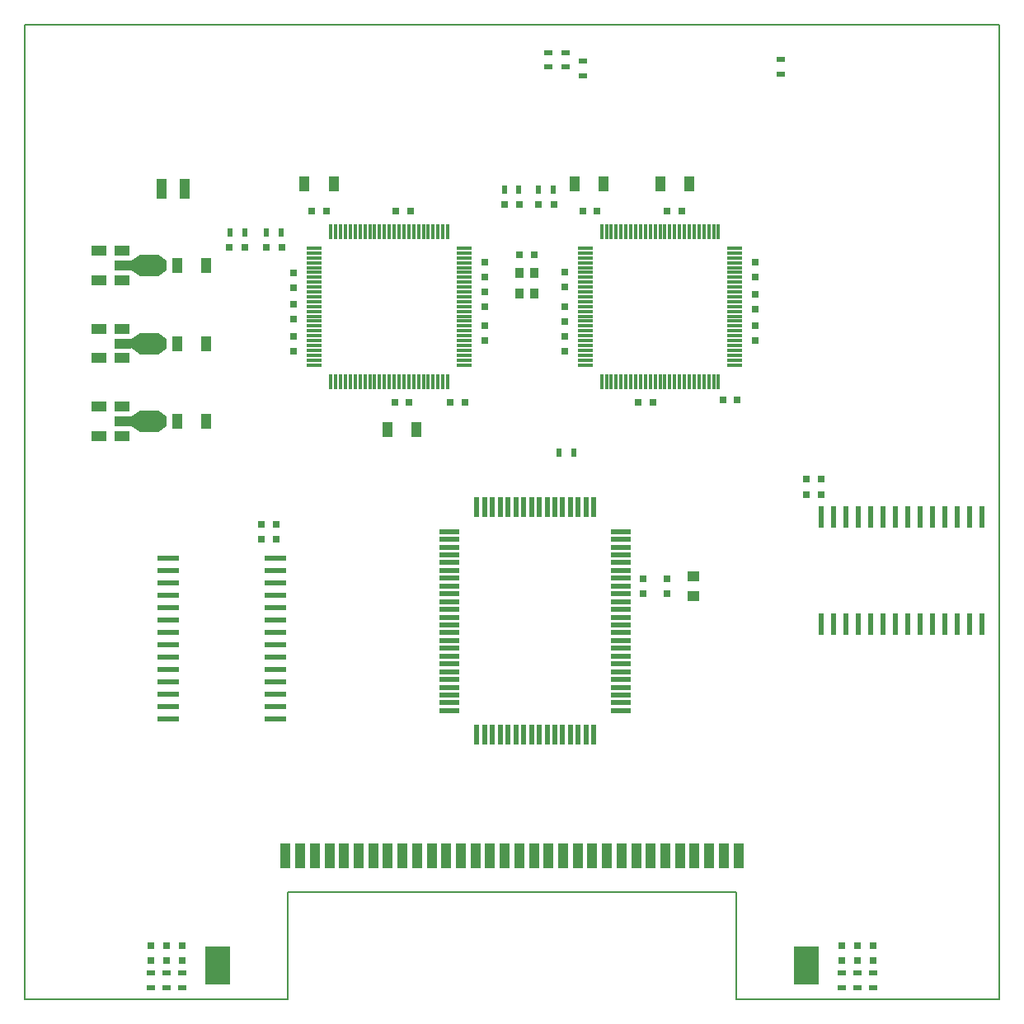
<source format=gbr>
G04 #@! TF.FileFunction,Paste,Top*
%FSLAX46Y46*%
G04 Gerber Fmt 4.6, Leading zero omitted, Abs format (unit mm)*
G04 Created by KiCad (PCBNEW 4.0.7-e1-6374~58~ubuntu17.04.1) date Tue Aug  1 22:36:46 2017*
%MOMM*%
%LPD*%
G01*
G04 APERTURE LIST*
%ADD10C,0.100000*%
%ADD11C,0.150000*%
%ADD12R,0.600000X2.200000*%
%ADD13R,2.200000X0.600000*%
%ADD14R,0.500000X2.000000*%
%ADD15R,2.000000X0.500000*%
%ADD16R,1.000000X1.600000*%
%ADD17R,0.750000X0.800000*%
%ADD18R,0.800000X0.750000*%
%ADD19R,1.600000X1.000000*%
%ADD20R,1.250000X1.000000*%
%ADD21R,0.800000X0.800000*%
%ADD22R,1.140000X2.030000*%
%ADD23R,1.000000X2.500000*%
%ADD24R,2.500000X4.000000*%
%ADD25R,0.500000X0.900000*%
%ADD26R,0.900000X0.500000*%
%ADD27R,0.300000X1.500000*%
%ADD28R,1.500000X0.300000*%
%ADD29R,1.500000X1.000000*%
%ADD30R,1.800000X1.000000*%
%ADD31R,1.840000X2.200000*%
%ADD32R,0.900000X1.000000*%
G04 APERTURE END LIST*
D10*
D11*
X77000000Y-139000000D02*
X77000000Y-150000000D01*
X123000000Y-139000000D02*
X77000000Y-139000000D01*
X123000000Y-150000000D02*
X123000000Y-139000000D01*
X123000000Y-150000000D02*
X150000000Y-150000000D01*
X50000000Y-150000000D02*
X77000000Y-150000000D01*
X150000000Y-50000000D02*
X150000000Y-150000000D01*
X50000000Y-50000000D02*
X50000000Y-150000000D01*
X50000000Y-50000000D02*
X150000000Y-50000000D01*
D12*
X131745000Y-100500000D03*
X131745000Y-111500000D03*
X133015000Y-100500000D03*
X133015000Y-111500000D03*
X134285000Y-100500000D03*
X134285000Y-111500000D03*
X135555000Y-100500000D03*
X135555000Y-111500000D03*
X136825000Y-100500000D03*
X136825000Y-111500000D03*
X138095000Y-100500000D03*
X138095000Y-111500000D03*
X139365000Y-100500000D03*
X139365000Y-111500000D03*
X140635000Y-100500000D03*
X140635000Y-111500000D03*
X141905000Y-100500000D03*
X141905000Y-111500000D03*
X143175000Y-100500000D03*
X143175000Y-111500000D03*
X144445000Y-100500000D03*
X144445000Y-111500000D03*
X145715000Y-100500000D03*
X145715000Y-111500000D03*
X146985000Y-100500000D03*
X146985000Y-111500000D03*
X148255000Y-100500000D03*
X148255000Y-111500000D03*
D13*
X75700000Y-104760000D03*
X64700000Y-104760000D03*
X75700000Y-106030000D03*
X64700000Y-106030000D03*
X75700000Y-107300000D03*
X64700000Y-107300000D03*
X75700000Y-108570000D03*
X64700000Y-108570000D03*
X75700000Y-109840000D03*
X64700000Y-109840000D03*
X75700000Y-111110000D03*
X64700000Y-111110000D03*
X75700000Y-112380000D03*
X64700000Y-112380000D03*
X75700000Y-113650000D03*
X64700000Y-113650000D03*
X75700000Y-114920000D03*
X64700000Y-114920000D03*
X75700000Y-116190000D03*
X64700000Y-116190000D03*
X75700000Y-117460000D03*
X64700000Y-117460000D03*
X75700000Y-118730000D03*
X64700000Y-118730000D03*
X75700000Y-120000000D03*
X64700000Y-120000000D03*
X75700000Y-121270000D03*
X64700000Y-121270000D03*
D14*
X108400000Y-99500000D03*
D15*
X111200000Y-102000000D03*
X93600000Y-102000000D03*
X93600000Y-102800000D03*
X93600000Y-103600000D03*
X93600000Y-104400000D03*
X93600000Y-105200000D03*
X93600000Y-106000000D03*
X93600000Y-106800000D03*
X93600000Y-107600000D03*
X93600000Y-108400000D03*
X93600000Y-109200000D03*
X93600000Y-110000000D03*
X93600000Y-110800000D03*
X93600000Y-111600000D03*
X93600000Y-112400000D03*
X93600000Y-113200000D03*
X93600000Y-114000000D03*
X93600000Y-114800000D03*
X93600000Y-115600000D03*
X93600000Y-116400000D03*
X93600000Y-117200000D03*
X93600000Y-118000000D03*
X93600000Y-118800000D03*
X93600000Y-119600000D03*
X93600000Y-120400000D03*
D14*
X96400000Y-122900000D03*
X97200000Y-122900000D03*
X98000000Y-122900000D03*
X98800000Y-122900000D03*
X99600000Y-122900000D03*
X100400000Y-122900000D03*
X101200000Y-122900000D03*
X102000000Y-122900000D03*
X102800000Y-122900000D03*
X103600000Y-122900000D03*
X104400000Y-122900000D03*
X105200000Y-122900000D03*
X106000000Y-122900000D03*
X106800000Y-122900000D03*
X107600000Y-122900000D03*
X108400000Y-122900000D03*
D15*
X111200000Y-102800000D03*
X111200000Y-103600000D03*
X111200000Y-104400000D03*
X111200000Y-105200000D03*
X111200000Y-106000000D03*
X111200000Y-106800000D03*
X111200000Y-107600000D03*
X111200000Y-108400000D03*
X111200000Y-109200000D03*
X111200000Y-110000000D03*
X111200000Y-110800000D03*
X111200000Y-111600000D03*
X111200000Y-112400000D03*
X111200000Y-113200000D03*
X111200000Y-114000000D03*
X111200000Y-114800000D03*
X111200000Y-115600000D03*
X111200000Y-116400000D03*
X111200000Y-117200000D03*
X111200000Y-118000000D03*
X111200000Y-118800000D03*
X111200000Y-119600000D03*
X111200000Y-120400000D03*
D14*
X107600000Y-99500000D03*
X106800000Y-99500000D03*
X106000000Y-99500000D03*
X105200000Y-99500000D03*
X104400000Y-99500000D03*
X103600000Y-99500000D03*
X102800000Y-99500000D03*
X102000000Y-99500000D03*
X101200000Y-99500000D03*
X100400000Y-99500000D03*
X99600000Y-99500000D03*
X98800000Y-99500000D03*
X98000000Y-99500000D03*
X97200000Y-99500000D03*
X96400000Y-99500000D03*
D16*
X87200000Y-91500000D03*
X90200000Y-91500000D03*
D17*
X77600000Y-81950000D03*
X77600000Y-83450000D03*
D18*
X87950000Y-88700000D03*
X89450000Y-88700000D03*
D17*
X97200000Y-80850000D03*
X97200000Y-82350000D03*
D16*
X81700000Y-66300000D03*
X78700000Y-66300000D03*
D18*
X80950000Y-69100000D03*
X79450000Y-69100000D03*
D17*
X77600000Y-80150000D03*
X77600000Y-78650000D03*
D18*
X93650000Y-88700000D03*
X95150000Y-88700000D03*
D17*
X97200000Y-77400000D03*
X97200000Y-78900000D03*
D16*
X65600000Y-74700000D03*
X68600000Y-74700000D03*
X65600000Y-82700000D03*
X68600000Y-82700000D03*
X65600000Y-90700000D03*
X68600000Y-90700000D03*
D18*
X88050000Y-69100000D03*
X89550000Y-69100000D03*
D17*
X77600000Y-76950000D03*
X77600000Y-75450000D03*
D19*
X57600000Y-76200000D03*
X57600000Y-73200000D03*
X57600000Y-84200000D03*
X57600000Y-81200000D03*
X57600000Y-92200000D03*
X57600000Y-89200000D03*
D17*
X97200000Y-75850000D03*
X97200000Y-74350000D03*
D18*
X114450000Y-88700000D03*
X112950000Y-88700000D03*
D17*
X125000000Y-80850000D03*
X125000000Y-82350000D03*
X105400000Y-81950000D03*
X105400000Y-83450000D03*
D18*
X121650000Y-88500000D03*
X123150000Y-88500000D03*
D17*
X125000000Y-77650000D03*
X125000000Y-79150000D03*
D18*
X108750000Y-69100000D03*
X107250000Y-69100000D03*
D17*
X105400000Y-80450000D03*
X105400000Y-78950000D03*
D16*
X109400000Y-66300000D03*
X106400000Y-66300000D03*
D17*
X125000000Y-75850000D03*
X125000000Y-74350000D03*
D18*
X115950000Y-69100000D03*
X117450000Y-69100000D03*
D17*
X105400000Y-76850000D03*
X105400000Y-75350000D03*
D16*
X115200000Y-66300000D03*
X118200000Y-66300000D03*
D18*
X102250000Y-73600000D03*
X100750000Y-73600000D03*
X131750000Y-98200000D03*
X130250000Y-98200000D03*
X131750000Y-96600000D03*
X130250000Y-96600000D03*
X75750000Y-101300000D03*
X74250000Y-101300000D03*
D17*
X113500000Y-106850000D03*
X113500000Y-108350000D03*
D18*
X75750000Y-102800000D03*
X74250000Y-102800000D03*
D17*
X115900000Y-106850000D03*
X115900000Y-108350000D03*
D20*
X118600000Y-106600000D03*
X118600000Y-108600000D03*
D21*
X135500000Y-146100000D03*
X135500000Y-144500000D03*
X137100000Y-146100000D03*
X137100000Y-144500000D03*
X133900000Y-146100000D03*
X133900000Y-144500000D03*
X64500000Y-146100000D03*
X64500000Y-144500000D03*
X66100000Y-146100000D03*
X66100000Y-144500000D03*
X62900000Y-146100000D03*
X62900000Y-144500000D03*
D22*
X66400000Y-66800000D03*
X64000000Y-66800000D03*
D23*
X123250000Y-135300000D03*
X102250000Y-135300000D03*
X121750000Y-135300000D03*
X120250000Y-135300000D03*
X118750000Y-135300000D03*
X117250000Y-135300000D03*
X115750000Y-135300000D03*
X114250000Y-135300000D03*
X112750000Y-135300000D03*
X111250000Y-135300000D03*
X109750000Y-135300000D03*
X108250000Y-135300000D03*
X106750000Y-135300000D03*
X105250000Y-135300000D03*
X103750000Y-135300000D03*
X100750000Y-135300000D03*
X99250000Y-135300000D03*
X97750000Y-135300000D03*
X96250000Y-135300000D03*
X94750000Y-135300000D03*
X93250000Y-135300000D03*
X91750000Y-135300000D03*
X90250000Y-135300000D03*
X88750000Y-135300000D03*
X87250000Y-135300000D03*
X85750000Y-135300000D03*
X84250000Y-135300000D03*
X82750000Y-135300000D03*
X81250000Y-135300000D03*
X79750000Y-135300000D03*
X78250000Y-135300000D03*
X76750000Y-135300000D03*
D24*
X130200000Y-146550000D03*
X69800000Y-146550000D03*
D25*
X104850000Y-93900000D03*
X106350000Y-93900000D03*
D26*
X127600000Y-55050000D03*
X127600000Y-53550000D03*
X103700000Y-52800000D03*
X103700000Y-54300000D03*
X107300000Y-53700000D03*
X107300000Y-55200000D03*
X105500000Y-52800000D03*
X105500000Y-54300000D03*
X135500000Y-147350000D03*
X135500000Y-148850000D03*
X137100000Y-147350000D03*
X137100000Y-148850000D03*
X133900000Y-147350000D03*
X133900000Y-148850000D03*
X64500000Y-148850000D03*
X64500000Y-147350000D03*
X66100000Y-148850000D03*
X66100000Y-147350000D03*
X62900000Y-148850000D03*
X62900000Y-147350000D03*
D27*
X93400000Y-71200000D03*
X92900000Y-71200000D03*
X92400000Y-71200000D03*
X91900000Y-71200000D03*
X91400000Y-71200000D03*
X90900000Y-71200000D03*
X90400000Y-71200000D03*
X89900000Y-71200000D03*
X89400000Y-71200000D03*
X88900000Y-71200000D03*
X88400000Y-71200000D03*
X87900000Y-71200000D03*
X87400000Y-71200000D03*
X86900000Y-71200000D03*
X86400000Y-71200000D03*
X85900000Y-71200000D03*
X85400000Y-71200000D03*
X84900000Y-71200000D03*
X84400000Y-71200000D03*
X83900000Y-71200000D03*
X83400000Y-71200000D03*
X82900000Y-71200000D03*
X82400000Y-71200000D03*
X81900000Y-71200000D03*
X81400000Y-71200000D03*
D28*
X79700000Y-72900000D03*
X79700000Y-73400000D03*
X79700000Y-73900000D03*
X79700000Y-74400000D03*
X79700000Y-74900000D03*
X79700000Y-75400000D03*
X79700000Y-75900000D03*
X79700000Y-76400000D03*
X79700000Y-76900000D03*
X79700000Y-77400000D03*
X79700000Y-77900000D03*
X79700000Y-78400000D03*
X79700000Y-78900000D03*
X79700000Y-79400000D03*
X79700000Y-79900000D03*
X79700000Y-80400000D03*
X79700000Y-80900000D03*
X79700000Y-81400000D03*
X79700000Y-81900000D03*
X79700000Y-82400000D03*
X79700000Y-82900000D03*
X79700000Y-83400000D03*
X79700000Y-83900000D03*
X79700000Y-84400000D03*
X79700000Y-84900000D03*
D27*
X81400000Y-86600000D03*
X81900000Y-86600000D03*
X82400000Y-86600000D03*
X82900000Y-86600000D03*
X83400000Y-86600000D03*
X83900000Y-86600000D03*
X84400000Y-86600000D03*
X84900000Y-86600000D03*
X85400000Y-86600000D03*
X85900000Y-86600000D03*
X86400000Y-86600000D03*
X86900000Y-86600000D03*
X87400000Y-86600000D03*
X87900000Y-86600000D03*
X88400000Y-86600000D03*
X88900000Y-86600000D03*
X89400000Y-86600000D03*
X89900000Y-86600000D03*
X90400000Y-86600000D03*
X90900000Y-86600000D03*
X91400000Y-86600000D03*
X91900000Y-86600000D03*
X92400000Y-86600000D03*
X92900000Y-86600000D03*
X93400000Y-86600000D03*
D28*
X95100000Y-84900000D03*
X95100000Y-84400000D03*
X95100000Y-83900000D03*
X95100000Y-83400000D03*
X95100000Y-82900000D03*
X95100000Y-82400000D03*
X95100000Y-81900000D03*
X95100000Y-81400000D03*
X95100000Y-80900000D03*
X95100000Y-80400000D03*
X95100000Y-79900000D03*
X95100000Y-79400000D03*
X95100000Y-78900000D03*
X95100000Y-78400000D03*
X95100000Y-77900000D03*
X95100000Y-77400000D03*
X95100000Y-76900000D03*
X95100000Y-76400000D03*
X95100000Y-75900000D03*
X95100000Y-75400000D03*
X95100000Y-74900000D03*
X95100000Y-74400000D03*
X95100000Y-73900000D03*
X95100000Y-73400000D03*
X95100000Y-72900000D03*
D10*
G36*
X63642000Y-73600000D02*
X64492000Y-74200000D01*
X64492000Y-75200000D01*
X63642000Y-75800000D01*
X63642000Y-73600000D01*
X63642000Y-73600000D01*
G37*
D29*
X59920000Y-73200000D03*
D30*
X60066500Y-74700000D03*
D29*
X59920000Y-76200000D03*
D31*
X62733500Y-74700000D03*
D10*
G36*
X61823800Y-75800000D02*
X60823800Y-75100000D01*
X60823800Y-74300000D01*
X61823800Y-73600000D01*
X61823800Y-75800000D01*
X61823800Y-75800000D01*
G37*
G36*
X63642000Y-81600000D02*
X64492000Y-82200000D01*
X64492000Y-83200000D01*
X63642000Y-83800000D01*
X63642000Y-81600000D01*
X63642000Y-81600000D01*
G37*
D29*
X59920000Y-81200000D03*
D30*
X60066500Y-82700000D03*
D29*
X59920000Y-84200000D03*
D31*
X62733500Y-82700000D03*
D10*
G36*
X61823800Y-83800000D02*
X60823800Y-83100000D01*
X60823800Y-82300000D01*
X61823800Y-81600000D01*
X61823800Y-83800000D01*
X61823800Y-83800000D01*
G37*
G36*
X63642000Y-89600000D02*
X64492000Y-90200000D01*
X64492000Y-91200000D01*
X63642000Y-91800000D01*
X63642000Y-89600000D01*
X63642000Y-89600000D01*
G37*
D29*
X59920000Y-89200000D03*
D30*
X60066500Y-90700000D03*
D29*
X59920000Y-92200000D03*
D31*
X62733500Y-90700000D03*
D10*
G36*
X61823800Y-91800000D02*
X60823800Y-91100000D01*
X60823800Y-90300000D01*
X61823800Y-89600000D01*
X61823800Y-91800000D01*
X61823800Y-91800000D01*
G37*
D27*
X109200000Y-86600000D03*
X109700000Y-86600000D03*
X110200000Y-86600000D03*
X110700000Y-86600000D03*
X111200000Y-86600000D03*
X111700000Y-86600000D03*
X112200000Y-86600000D03*
X112700000Y-86600000D03*
X113200000Y-86600000D03*
X113700000Y-86600000D03*
X114200000Y-86600000D03*
X114700000Y-86600000D03*
X115200000Y-86600000D03*
X115700000Y-86600000D03*
X116200000Y-86600000D03*
X116700000Y-86600000D03*
X117200000Y-86600000D03*
X117700000Y-86600000D03*
X118200000Y-86600000D03*
X118700000Y-86600000D03*
X119200000Y-86600000D03*
X119700000Y-86600000D03*
X120200000Y-86600000D03*
X120700000Y-86600000D03*
X121200000Y-86600000D03*
D28*
X122900000Y-84900000D03*
X122900000Y-84400000D03*
X122900000Y-83900000D03*
X122900000Y-83400000D03*
X122900000Y-82900000D03*
X122900000Y-82400000D03*
X122900000Y-81900000D03*
X122900000Y-81400000D03*
X122900000Y-80900000D03*
X122900000Y-80400000D03*
X122900000Y-79900000D03*
X122900000Y-79400000D03*
X122900000Y-78900000D03*
X122900000Y-78400000D03*
X122900000Y-77900000D03*
X122900000Y-77400000D03*
X122900000Y-76900000D03*
X122900000Y-76400000D03*
X122900000Y-75900000D03*
X122900000Y-75400000D03*
X122900000Y-74900000D03*
X122900000Y-74400000D03*
X122900000Y-73900000D03*
X122900000Y-73400000D03*
X122900000Y-72900000D03*
D27*
X121200000Y-71200000D03*
X120700000Y-71200000D03*
X120200000Y-71200000D03*
X119700000Y-71200000D03*
X119200000Y-71200000D03*
X118700000Y-71200000D03*
X118200000Y-71200000D03*
X117700000Y-71200000D03*
X117200000Y-71200000D03*
X116700000Y-71200000D03*
X116200000Y-71200000D03*
X115700000Y-71200000D03*
X115200000Y-71200000D03*
X114700000Y-71200000D03*
X114200000Y-71200000D03*
X113700000Y-71200000D03*
X113200000Y-71200000D03*
X112700000Y-71200000D03*
X112200000Y-71200000D03*
X111700000Y-71200000D03*
X111200000Y-71200000D03*
X110700000Y-71200000D03*
X110200000Y-71200000D03*
X109700000Y-71200000D03*
X109200000Y-71200000D03*
D28*
X107500000Y-72900000D03*
X107500000Y-73400000D03*
X107500000Y-73900000D03*
X107500000Y-74400000D03*
X107500000Y-74900000D03*
X107500000Y-75400000D03*
X107500000Y-75900000D03*
X107500000Y-76400000D03*
X107500000Y-76900000D03*
X107500000Y-77400000D03*
X107500000Y-77900000D03*
X107500000Y-78400000D03*
X107500000Y-78900000D03*
X107500000Y-79400000D03*
X107500000Y-79900000D03*
X107500000Y-80400000D03*
X107500000Y-80900000D03*
X107500000Y-81400000D03*
X107500000Y-81900000D03*
X107500000Y-82400000D03*
X107500000Y-82900000D03*
X107500000Y-83400000D03*
X107500000Y-83900000D03*
X107500000Y-84400000D03*
X107500000Y-84900000D03*
D32*
X100725000Y-75425000D03*
X100725000Y-77575000D03*
X102275000Y-77575000D03*
X102275000Y-75425000D03*
D21*
X71000000Y-72800000D03*
X72600000Y-72800000D03*
X76400000Y-72800000D03*
X74800000Y-72800000D03*
X99200000Y-68400000D03*
X100800000Y-68400000D03*
X104300000Y-68400000D03*
X102700000Y-68400000D03*
D25*
X72550000Y-71300000D03*
X71050000Y-71300000D03*
X74750000Y-71300000D03*
X76250000Y-71300000D03*
X100700000Y-66900000D03*
X99200000Y-66900000D03*
X102750000Y-66900000D03*
X104250000Y-66900000D03*
M02*

</source>
